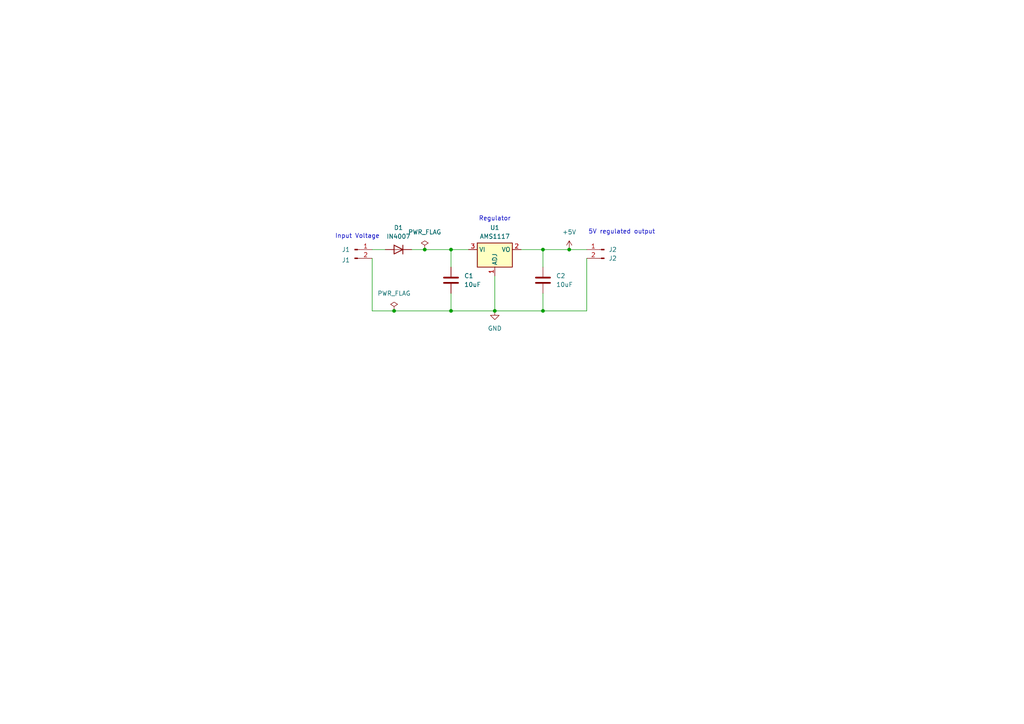
<source format=kicad_sch>
(kicad_sch (version 20250114) (generator "eeschema") (generator_version "9.0")
  (paper "A4")
  (title_block (title "5V Power Supply using AMS1117"))
  (lib_symbols
    (symbol "Connector:Conn_01x02_Pin" (pin_names (offset 1.016) (hide yes))
      (property "Reference" "J" (at 0 2.54 0))
      (property "Value" "Conn_01x02_Pin" (at 0 -5.08 0))
      (symbol "Conn_01x02_Pin_1_1"
        (rectangle (start 0.8636 0.127) (end 0 -0.127) (stroke (width 0.1524)) (fill (type outline)))
        (rectangle (start 0.8636 -2.413) (end 0 -2.667) (stroke (width 0.1524)) (fill (type outline)))
        (polyline (pts (xy 1.27 0) (xy 0.8636 0)) (stroke (width 0.1524)))
        (polyline (pts (xy 1.27 -2.54) (xy 0.8636 -2.54)) (stroke (width 0.1524)))
        (pin passive line (at 5.08 0 180) (length 3.81) (name "Pin_1") (number "1"))
        (pin passive line (at 5.08 -2.54 180) (length 3.81) (name "Pin_2") (number "2"))
      )
    )
    (symbol "Device:C" (pin_numbers (hide yes)) (pin_names (offset 0.254))
      (property "Reference" "C" (at 0.635 2.54 0))
      (property "Value" "C" (at 0.635 -2.54 0))
      (symbol "C_0_1"
        (polyline (pts (xy -2.032 0.762) (xy 2.032 0.762)) (stroke (width 0.508)))
        (polyline (pts (xy -2.032 -0.762) (xy 2.032 -0.762)) (stroke (width 0.508)))
      )
      (symbol "C_1_1"
        (pin passive line (at 0 3.81 270) (length 2.794) (name "~") (number "1"))
        (pin passive line (at 0 -3.81 90) (length 2.794) (name "~") (number "2"))
      )
    )
    (symbol "Device:D" (pin_numbers (hide yes)) (pin_names (offset 1.016) (hide yes))
      (property "Reference" "D" (at 0 2.54 0))
      (property "Value" "D" (at 0 -2.54 0))
      (symbol "D_0_1"
        (polyline (pts (xy -1.27 1.27) (xy -1.27 -1.27)) (stroke (width 0.254)))
        (polyline (pts (xy 1.27 1.27) (xy 1.27 -1.27) (xy -1.27 0) (xy 1.27 1.27)) (stroke (width 0.254)))
        (polyline (pts (xy 1.27 0) (xy -1.27 0)))
      )
      (symbol "D_1_1"
        (pin passive line (at -3.81 0 0) (length 2.54) (name "K") (number "1"))
        (pin passive line (at 3.81 0 180) (length 2.54) (name "A") (number "2"))
      )
    )
    (symbol "Regulator_Linear:AMS1117"
      (property "Reference" "U" (at -3.81 3.175 0))
      (property "Value" "AMS1117" (at 0 3.175 0))
      (symbol "AMS1117_0_1"
        (rectangle (start -5.08 -5.08) (end 5.08 1.905) (stroke (width 0.254)) (fill (type background)))
      )
      (symbol "AMS1117_1_1"
        (pin power_in line (at -7.62 0 0) (length 2.54) (name "VI") (number "3"))
        (pin input line (at 0 -7.62 90) (length 2.54) (name "ADJ") (number "1"))
        (pin power_out line (at 7.62 0 180) (length 2.54) (name "VO") (number "2"))
      )
    )
    (symbol "power:+5V" (power) (pin_numbers (hide yes)) (pin_names (offset 0) (hide yes))
      (property "Value" "+5V" (at 0 3.556 0))
      (symbol "+5V_0_1"
        (polyline (pts (xy -0.762 1.27) (xy 0 2.54)))
        (polyline (pts (xy 0 2.54) (xy 0.762 1.27)))
        (polyline (pts (xy 0 0) (xy 0 2.54)))
      )
      (symbol "+5V_1_1"
        (pin power_in line (at 0 0 90) (length 0) (name "~") (number "1"))
      )
    )
    (symbol "power:GND" (power) (pin_numbers (hide yes)) (pin_names (offset 0) (hide yes))
      (property "Value" "GND" (at 0 -3.81 0))
      (symbol "GND_0_1"
        (polyline (pts (xy 0 0) (xy 0 -1.27) (xy 1.27 -1.27) (xy 0 -2.54) (xy -1.27 -1.27) (xy 0 -1.27)))
      )
      (symbol "GND_1_1"
        (pin power_in line (at 0 0 270) (length 0) (name "~") (number "1"))
      )
    )
    (symbol "power:PWR_FLAG" (power) (pin_numbers (hide yes)) (pin_names (offset 0) (hide yes))
      (property "Value" "PWR_FLAG" (at 0 3.81 0))
      (symbol "PWR_FLAG_0_0"
        (pin power_out line (at 0 0 90) (length 0) (name "~") (number "1"))
      )
      (symbol "PWR_FLAG_0_1"
        (polyline (pts (xy 0 0) (xy 0 1.27) (xy -1.016 1.905) (xy 0 2.54) (xy 1.016 1.905) (xy 0 1.27)))
      )
    )
  )
  (text "5V regulated output\n" (at 180.34 67.31 0) (effects (font (size 1.27 1.27))))
  (text "Input Voltage " (at 104.14 68.58 0) (effects (font (size 1.27 1.27))))
  (text "Regulator\n" (at 143.51 63.5 0) (effects (font (size 1.27 1.27))))
  (junction (at 130.81 72.39))
  (junction (at 157.48 72.39))
  (junction (at 143.51 90.17))
  (junction (at 165.1 72.39))
  (junction (at 130.81 90.17))
  (junction (at 114.3 90.17))
  (junction (at 157.48 90.17))
  (junction (at 123.19 72.39))
  (wire (pts (xy 119.38 72.39) (xy 123.19 72.39)))
  (wire (pts (xy 165.1 72.39) (xy 170.18 72.39)))
  (wire (pts (xy 157.48 72.39) (xy 165.1 72.39)))
  (wire (pts (xy 143.51 80.01) (xy 143.51 90.17)))
  (wire (pts (xy 123.19 72.39) (xy 130.81 72.39)))
  (wire (pts (xy 130.81 90.17) (xy 143.51 90.17)))
  (wire (pts (xy 170.18 90.17) (xy 157.48 90.17)))
  (wire (pts (xy 170.18 74.93) (xy 170.18 90.17)))
  (wire (pts (xy 114.3 90.17) (xy 130.81 90.17)))
  (wire (pts (xy 157.48 90.17) (xy 143.51 90.17)))
  (wire (pts (xy 130.81 72.39) (xy 135.89 72.39)))
  (wire (pts (xy 157.48 85.09) (xy 157.48 90.17)))
  (wire (pts (xy 157.48 72.39) (xy 157.48 77.47)))
  (wire (pts (xy 130.81 85.09) (xy 130.81 90.17)))
  (wire (pts (xy 107.95 72.39) (xy 111.76 72.39)))
  (wire (pts (xy 107.95 74.93) (xy 107.95 90.17)))
  (wire (pts (xy 107.95 90.17) (xy 114.3 90.17)))
  (wire (pts (xy 130.81 77.47) (xy 130.81 72.39)))
  (wire (pts (xy 151.13 72.39) (xy 157.48 72.39)))
  (symbol (lib_id "power:GND") (at 143.51 90.17 0) (unit 1)
    (property "Reference" "#PWR02" (effects (hide yes)))
    (property "Value" "GND" (at 143.51 95.25 0))
    (property "Description" "Power symbol creates a global label with name \"GND\" , ground" (effects (hide yes)))
  )
  (symbol (lib_id "Device:D") (at 115.57 72.39 0) (mirror y) (unit 1)
    (property "Reference" "D1" (at 115.57 66.04 0))
    (property "Value" "IN4007" (at 115.57 68.58 0))
    (property "Footprint" "Diode_THT:D_DO-41_SOD81_P10.16mm_Horizontal" (effects (hide yes)))
    (property "Description" "Diode" (effects (hide yes)))
    (property "Sim.Device" "D" (effects (hide yes)))
    (property "Sim.Pins" "1=K 2=A" (effects (hide yes)))
  )
  (symbol (lib_id "Device:C") (at 157.48 81.28 0) (unit 1)
    (property "Reference" "C2" (at 161.29 80.0099 0) (effects (justify left)))
    (property "Value" "10uF" (at 161.29 82.5499 0) (effects (justify left)))
    (property "Footprint" "Capacitor_THT:C_Disc_D5.0mm_W2.5mm_P2.50mm" (effects (hide yes)))
    (property "Description" "Unpolarized capacitor" (effects (hide yes)))
  )
  (symbol (lib_id "Connector:Conn_01x02_Pin") (at 102.87 72.39 0) (unit 1)
    (property "Reference" "J1" (at 100.33 72.39 0))
    (property "Value" "J1" (at 100.33 75.438 0))
    (property "Footprint" "Connector_PinHeader_2.54mm:PinHeader_1x02_P2.54mm_Vertical" (effects (hide yes)))
    (property "Description" "Generic connector, single row, 01x02, script generated" (effects (hide yes)))
  )
  (symbol (lib_id "power:+5V") (at 165.1 72.39 0) (unit 1)
    (property "Reference" "#PWR01" (effects (hide yes)))
    (property "Value" "+5V" (at 165.1 67.31 0))
    (property "Description" "Power symbol creates a global label with name \"+5V\"" (effects (hide yes)))
  )
  (symbol (lib_id "Regulator_Linear:AMS1117") (at 143.51 72.39 0) (unit 1)
    (property "Reference" "U1" (at 143.51 66.04 0))
    (property "Value" "AMS1117" (at 143.51 68.58 0))
    (property "Footprint" "Package_TO_SOT_SMD:SOT-223-3_TabPin2" (effects (hide yes)))
    (property "Datasheet" "http://www.advanced-monolithic.com/pdf/ds1117.pdf" (effects (hide yes)))
    (property "Description" "1A Low Dropout regulator, positive, adjustable output, SOT-223" (effects (hide yes)))
  )
  (symbol (lib_id "Device:C") (at 130.81 81.28 0) (unit 1)
    (property "Reference" "C1" (at 134.62 80.0099 0) (effects (justify left)))
    (property "Value" "10uF" (at 134.62 82.5499 0) (effects (justify left)))
    (property "Footprint" "Capacitor_THT:C_Disc_D5.0mm_W2.5mm_P2.50mm" (effects (hide yes)))
    (property "Description" "Unpolarized capacitor" (effects (hide yes)))
  )
  (symbol (lib_id "power:PWR_FLAG") (at 114.3 90.17 0) (unit 1)
    (property "Reference" "#FLG02" (effects (hide yes)))
    (property "Value" "PWR_FLAG" (at 114.3 85.09 0))
    (property "Description" "Special symbol for telling ERC where power comes from" (effects (hide yes)))
  )
  (symbol (lib_id "power:PWR_FLAG") (at 123.19 72.39 0) (unit 1)
    (property "Reference" "#FLG01" (effects (hide yes)))
    (property "Value" "PWR_FLAG" (at 123.19 67.31 0))
    (property "Description" "Special symbol for telling ERC where power comes from" (effects (hide yes)))
  )
  (symbol (lib_id "Connector:Conn_01x02_Pin") (at 175.26 72.39 0) (mirror y) (unit 1)
    (property "Reference" "J2" (at 176.53 74.9301 0) (effects (justify right)))
    (property "Value" "J2" (at 176.53 72.3901 0) (effects (justify right)))
    (property "Footprint" "Connector_PinHeader_2.54mm:PinHeader_1x02_P2.54mm_Vertical" (effects (hide yes)))
    (property "Description" "Generic connector, single row, 01x02, script generated" (effects (hide yes)))
  )
)
</source>
